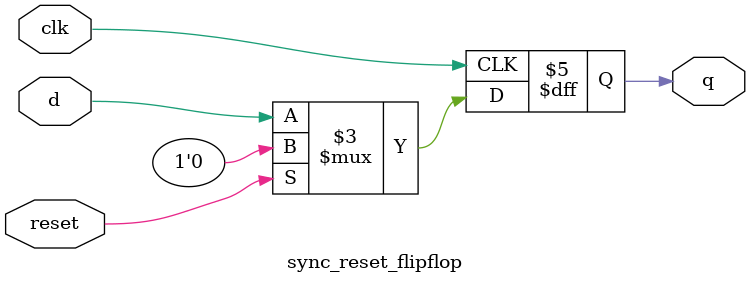
<source format=sv>
module sync_reset_flipflop(
    input logic clk,    
    input logic reset,    
    input logic d,        
    output logic q     
);
  
    always_ff @(posedge clk ) 
      begin
        if (reset)       
            q <= 0;
        else           
            q <= d;
    end

endmodule

</source>
